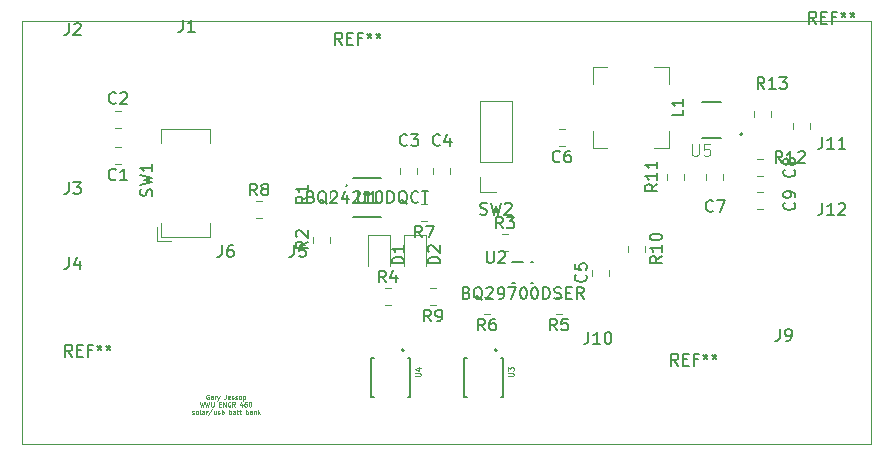
<source format=gbr>
G04 #@! TF.GenerationSoftware,KiCad,Pcbnew,(5.1.5)-3*
G04 #@! TF.CreationDate,2020-04-26T21:45:51-07:00*
G04 #@! TF.ProjectId,JessopIII_SPP460,4a657373-6f70-4494-9949-5f5350503436,rev?*
G04 #@! TF.SameCoordinates,Original*
G04 #@! TF.FileFunction,Legend,Top*
G04 #@! TF.FilePolarity,Positive*
%FSLAX46Y46*%
G04 Gerber Fmt 4.6, Leading zero omitted, Abs format (unit mm)*
G04 Created by KiCad (PCBNEW (5.1.5)-3) date 2020-04-26 21:45:51*
%MOMM*%
%LPD*%
G04 APERTURE LIST*
%ADD10C,0.063500*%
G04 #@! TA.AperFunction,Profile*
%ADD11C,0.100000*%
G04 #@! TD*
%ADD12C,0.120000*%
%ADD13C,0.152400*%
%ADD14C,0.127000*%
%ADD15C,0.200000*%
%ADD16C,0.150000*%
%ADD17C,0.015000*%
G04 APERTURE END LIST*
D10*
X82377642Y-93408500D02*
X82341357Y-93390357D01*
X82286928Y-93390357D01*
X82232500Y-93408500D01*
X82196214Y-93444785D01*
X82178071Y-93481071D01*
X82159928Y-93553642D01*
X82159928Y-93608071D01*
X82178071Y-93680642D01*
X82196214Y-93716928D01*
X82232500Y-93753214D01*
X82286928Y-93771357D01*
X82323214Y-93771357D01*
X82377642Y-93753214D01*
X82395785Y-93735071D01*
X82395785Y-93608071D01*
X82323214Y-93608071D01*
X82722357Y-93771357D02*
X82722357Y-93571785D01*
X82704214Y-93535500D01*
X82667928Y-93517357D01*
X82595357Y-93517357D01*
X82559071Y-93535500D01*
X82722357Y-93753214D02*
X82686071Y-93771357D01*
X82595357Y-93771357D01*
X82559071Y-93753214D01*
X82540928Y-93716928D01*
X82540928Y-93680642D01*
X82559071Y-93644357D01*
X82595357Y-93626214D01*
X82686071Y-93626214D01*
X82722357Y-93608071D01*
X82903785Y-93771357D02*
X82903785Y-93517357D01*
X82903785Y-93589928D02*
X82921928Y-93553642D01*
X82940071Y-93535500D01*
X82976357Y-93517357D01*
X83012642Y-93517357D01*
X83103357Y-93517357D02*
X83194071Y-93771357D01*
X83284785Y-93517357D02*
X83194071Y-93771357D01*
X83157785Y-93862071D01*
X83139642Y-93880214D01*
X83103357Y-93898357D01*
X83829071Y-93390357D02*
X83829071Y-93662500D01*
X83810928Y-93716928D01*
X83774642Y-93753214D01*
X83720214Y-93771357D01*
X83683928Y-93771357D01*
X84155642Y-93753214D02*
X84119357Y-93771357D01*
X84046785Y-93771357D01*
X84010500Y-93753214D01*
X83992357Y-93716928D01*
X83992357Y-93571785D01*
X84010500Y-93535500D01*
X84046785Y-93517357D01*
X84119357Y-93517357D01*
X84155642Y-93535500D01*
X84173785Y-93571785D01*
X84173785Y-93608071D01*
X83992357Y-93644357D01*
X84318928Y-93753214D02*
X84355214Y-93771357D01*
X84427785Y-93771357D01*
X84464071Y-93753214D01*
X84482214Y-93716928D01*
X84482214Y-93698785D01*
X84464071Y-93662500D01*
X84427785Y-93644357D01*
X84373357Y-93644357D01*
X84337071Y-93626214D01*
X84318928Y-93589928D01*
X84318928Y-93571785D01*
X84337071Y-93535500D01*
X84373357Y-93517357D01*
X84427785Y-93517357D01*
X84464071Y-93535500D01*
X84627357Y-93753214D02*
X84663642Y-93771357D01*
X84736214Y-93771357D01*
X84772500Y-93753214D01*
X84790642Y-93716928D01*
X84790642Y-93698785D01*
X84772500Y-93662500D01*
X84736214Y-93644357D01*
X84681785Y-93644357D01*
X84645500Y-93626214D01*
X84627357Y-93589928D01*
X84627357Y-93571785D01*
X84645500Y-93535500D01*
X84681785Y-93517357D01*
X84736214Y-93517357D01*
X84772500Y-93535500D01*
X85008357Y-93771357D02*
X84972071Y-93753214D01*
X84953928Y-93735071D01*
X84935785Y-93698785D01*
X84935785Y-93589928D01*
X84953928Y-93553642D01*
X84972071Y-93535500D01*
X85008357Y-93517357D01*
X85062785Y-93517357D01*
X85099071Y-93535500D01*
X85117214Y-93553642D01*
X85135357Y-93589928D01*
X85135357Y-93698785D01*
X85117214Y-93735071D01*
X85099071Y-93753214D01*
X85062785Y-93771357D01*
X85008357Y-93771357D01*
X85298642Y-93517357D02*
X85298642Y-93898357D01*
X85298642Y-93535500D02*
X85334928Y-93517357D01*
X85407500Y-93517357D01*
X85443785Y-93535500D01*
X85461928Y-93553642D01*
X85480071Y-93589928D01*
X85480071Y-93698785D01*
X85461928Y-93735071D01*
X85443785Y-93753214D01*
X85407500Y-93771357D01*
X85334928Y-93771357D01*
X85298642Y-93753214D01*
X81651928Y-94025357D02*
X81742642Y-94406357D01*
X81815214Y-94134214D01*
X81887785Y-94406357D01*
X81978500Y-94025357D01*
X82087357Y-94025357D02*
X82178071Y-94406357D01*
X82250642Y-94134214D01*
X82323214Y-94406357D01*
X82413928Y-94025357D01*
X82559071Y-94025357D02*
X82559071Y-94333785D01*
X82577214Y-94370071D01*
X82595357Y-94388214D01*
X82631642Y-94406357D01*
X82704214Y-94406357D01*
X82740500Y-94388214D01*
X82758642Y-94370071D01*
X82776785Y-94333785D01*
X82776785Y-94025357D01*
X83248500Y-94206785D02*
X83375500Y-94206785D01*
X83429928Y-94406357D02*
X83248500Y-94406357D01*
X83248500Y-94025357D01*
X83429928Y-94025357D01*
X83593214Y-94406357D02*
X83593214Y-94025357D01*
X83810928Y-94406357D01*
X83810928Y-94025357D01*
X84191928Y-94043500D02*
X84155642Y-94025357D01*
X84101214Y-94025357D01*
X84046785Y-94043500D01*
X84010500Y-94079785D01*
X83992357Y-94116071D01*
X83974214Y-94188642D01*
X83974214Y-94243071D01*
X83992357Y-94315642D01*
X84010500Y-94351928D01*
X84046785Y-94388214D01*
X84101214Y-94406357D01*
X84137500Y-94406357D01*
X84191928Y-94388214D01*
X84210071Y-94370071D01*
X84210071Y-94243071D01*
X84137500Y-94243071D01*
X84591071Y-94406357D02*
X84464071Y-94224928D01*
X84373357Y-94406357D02*
X84373357Y-94025357D01*
X84518500Y-94025357D01*
X84554785Y-94043500D01*
X84572928Y-94061642D01*
X84591071Y-94097928D01*
X84591071Y-94152357D01*
X84572928Y-94188642D01*
X84554785Y-94206785D01*
X84518500Y-94224928D01*
X84373357Y-94224928D01*
X85207928Y-94152357D02*
X85207928Y-94406357D01*
X85117214Y-94007214D02*
X85026500Y-94279357D01*
X85262357Y-94279357D01*
X85570785Y-94025357D02*
X85498214Y-94025357D01*
X85461928Y-94043500D01*
X85443785Y-94061642D01*
X85407500Y-94116071D01*
X85389357Y-94188642D01*
X85389357Y-94333785D01*
X85407500Y-94370071D01*
X85425642Y-94388214D01*
X85461928Y-94406357D01*
X85534500Y-94406357D01*
X85570785Y-94388214D01*
X85588928Y-94370071D01*
X85607071Y-94333785D01*
X85607071Y-94243071D01*
X85588928Y-94206785D01*
X85570785Y-94188642D01*
X85534500Y-94170500D01*
X85461928Y-94170500D01*
X85425642Y-94188642D01*
X85407500Y-94206785D01*
X85389357Y-94243071D01*
X85842928Y-94025357D02*
X85879214Y-94025357D01*
X85915500Y-94043500D01*
X85933642Y-94061642D01*
X85951785Y-94097928D01*
X85969928Y-94170500D01*
X85969928Y-94261214D01*
X85951785Y-94333785D01*
X85933642Y-94370071D01*
X85915500Y-94388214D01*
X85879214Y-94406357D01*
X85842928Y-94406357D01*
X85806642Y-94388214D01*
X85788500Y-94370071D01*
X85770357Y-94333785D01*
X85752214Y-94261214D01*
X85752214Y-94170500D01*
X85770357Y-94097928D01*
X85788500Y-94061642D01*
X85806642Y-94043500D01*
X85842928Y-94025357D01*
X80953428Y-95023214D02*
X80989714Y-95041357D01*
X81062285Y-95041357D01*
X81098571Y-95023214D01*
X81116714Y-94986928D01*
X81116714Y-94968785D01*
X81098571Y-94932500D01*
X81062285Y-94914357D01*
X81007857Y-94914357D01*
X80971571Y-94896214D01*
X80953428Y-94859928D01*
X80953428Y-94841785D01*
X80971571Y-94805500D01*
X81007857Y-94787357D01*
X81062285Y-94787357D01*
X81098571Y-94805500D01*
X81334428Y-95041357D02*
X81298142Y-95023214D01*
X81280000Y-95005071D01*
X81261857Y-94968785D01*
X81261857Y-94859928D01*
X81280000Y-94823642D01*
X81298142Y-94805500D01*
X81334428Y-94787357D01*
X81388857Y-94787357D01*
X81425142Y-94805500D01*
X81443285Y-94823642D01*
X81461428Y-94859928D01*
X81461428Y-94968785D01*
X81443285Y-95005071D01*
X81425142Y-95023214D01*
X81388857Y-95041357D01*
X81334428Y-95041357D01*
X81679142Y-95041357D02*
X81642857Y-95023214D01*
X81624714Y-94986928D01*
X81624714Y-94660357D01*
X81987571Y-95041357D02*
X81987571Y-94841785D01*
X81969428Y-94805500D01*
X81933142Y-94787357D01*
X81860571Y-94787357D01*
X81824285Y-94805500D01*
X81987571Y-95023214D02*
X81951285Y-95041357D01*
X81860571Y-95041357D01*
X81824285Y-95023214D01*
X81806142Y-94986928D01*
X81806142Y-94950642D01*
X81824285Y-94914357D01*
X81860571Y-94896214D01*
X81951285Y-94896214D01*
X81987571Y-94878071D01*
X82169000Y-95041357D02*
X82169000Y-94787357D01*
X82169000Y-94859928D02*
X82187142Y-94823642D01*
X82205285Y-94805500D01*
X82241571Y-94787357D01*
X82277857Y-94787357D01*
X82677000Y-94642214D02*
X82350428Y-95132071D01*
X82967285Y-94787357D02*
X82967285Y-95041357D01*
X82804000Y-94787357D02*
X82804000Y-94986928D01*
X82822142Y-95023214D01*
X82858428Y-95041357D01*
X82912857Y-95041357D01*
X82949142Y-95023214D01*
X82967285Y-95005071D01*
X83130571Y-95023214D02*
X83166857Y-95041357D01*
X83239428Y-95041357D01*
X83275714Y-95023214D01*
X83293857Y-94986928D01*
X83293857Y-94968785D01*
X83275714Y-94932500D01*
X83239428Y-94914357D01*
X83185000Y-94914357D01*
X83148714Y-94896214D01*
X83130571Y-94859928D01*
X83130571Y-94841785D01*
X83148714Y-94805500D01*
X83185000Y-94787357D01*
X83239428Y-94787357D01*
X83275714Y-94805500D01*
X83457142Y-95041357D02*
X83457142Y-94660357D01*
X83457142Y-94805500D02*
X83493428Y-94787357D01*
X83566000Y-94787357D01*
X83602285Y-94805500D01*
X83620428Y-94823642D01*
X83638571Y-94859928D01*
X83638571Y-94968785D01*
X83620428Y-95005071D01*
X83602285Y-95023214D01*
X83566000Y-95041357D01*
X83493428Y-95041357D01*
X83457142Y-95023214D01*
X84092142Y-95041357D02*
X84092142Y-94660357D01*
X84092142Y-94805500D02*
X84128428Y-94787357D01*
X84201000Y-94787357D01*
X84237285Y-94805500D01*
X84255428Y-94823642D01*
X84273571Y-94859928D01*
X84273571Y-94968785D01*
X84255428Y-95005071D01*
X84237285Y-95023214D01*
X84201000Y-95041357D01*
X84128428Y-95041357D01*
X84092142Y-95023214D01*
X84600142Y-95041357D02*
X84600142Y-94841785D01*
X84582000Y-94805500D01*
X84545714Y-94787357D01*
X84473142Y-94787357D01*
X84436857Y-94805500D01*
X84600142Y-95023214D02*
X84563857Y-95041357D01*
X84473142Y-95041357D01*
X84436857Y-95023214D01*
X84418714Y-94986928D01*
X84418714Y-94950642D01*
X84436857Y-94914357D01*
X84473142Y-94896214D01*
X84563857Y-94896214D01*
X84600142Y-94878071D01*
X84727142Y-94787357D02*
X84872285Y-94787357D01*
X84781571Y-94660357D02*
X84781571Y-94986928D01*
X84799714Y-95023214D01*
X84836000Y-95041357D01*
X84872285Y-95041357D01*
X84944857Y-94787357D02*
X85090000Y-94787357D01*
X84999285Y-94660357D02*
X84999285Y-94986928D01*
X85017428Y-95023214D01*
X85053714Y-95041357D01*
X85090000Y-95041357D01*
X85507285Y-95041357D02*
X85507285Y-94660357D01*
X85507285Y-94805500D02*
X85543571Y-94787357D01*
X85616142Y-94787357D01*
X85652428Y-94805500D01*
X85670571Y-94823642D01*
X85688714Y-94859928D01*
X85688714Y-94968785D01*
X85670571Y-95005071D01*
X85652428Y-95023214D01*
X85616142Y-95041357D01*
X85543571Y-95041357D01*
X85507285Y-95023214D01*
X86015285Y-95041357D02*
X86015285Y-94841785D01*
X85997142Y-94805500D01*
X85960857Y-94787357D01*
X85888285Y-94787357D01*
X85852000Y-94805500D01*
X86015285Y-95023214D02*
X85979000Y-95041357D01*
X85888285Y-95041357D01*
X85852000Y-95023214D01*
X85833857Y-94986928D01*
X85833857Y-94950642D01*
X85852000Y-94914357D01*
X85888285Y-94896214D01*
X85979000Y-94896214D01*
X86015285Y-94878071D01*
X86196714Y-94787357D02*
X86196714Y-95041357D01*
X86196714Y-94823642D02*
X86214857Y-94805500D01*
X86251142Y-94787357D01*
X86305571Y-94787357D01*
X86341857Y-94805500D01*
X86360000Y-94841785D01*
X86360000Y-95041357D01*
X86541428Y-95041357D02*
X86541428Y-94660357D01*
X86577714Y-94896214D02*
X86686571Y-95041357D01*
X86686571Y-94787357D02*
X86541428Y-94932500D01*
D11*
X138430000Y-61722000D02*
X138430000Y-97536000D01*
X66548000Y-61722000D02*
X138430000Y-61722000D01*
X66548000Y-97536000D02*
X66548000Y-61722000D01*
X138430000Y-97536000D02*
X66548000Y-97536000D01*
D12*
G04 #@! TO.C,C1*
X74934578Y-72442000D02*
X74417422Y-72442000D01*
X74934578Y-73862000D02*
X74417422Y-73862000D01*
G04 #@! TO.C,C2*
X74934578Y-70814000D02*
X74417422Y-70814000D01*
X74934578Y-69394000D02*
X74417422Y-69394000D01*
G04 #@! TO.C,C3*
X98604000Y-74163422D02*
X98604000Y-74680578D01*
X100024000Y-74163422D02*
X100024000Y-74680578D01*
G04 #@! TO.C,C4*
X102818000Y-74163422D02*
X102818000Y-74680578D01*
X101398000Y-74163422D02*
X101398000Y-74680578D01*
G04 #@! TO.C,C5*
X114860000Y-83316578D02*
X114860000Y-82799422D01*
X116280000Y-83316578D02*
X116280000Y-82799422D01*
G04 #@! TO.C,C6*
X112526578Y-70918000D02*
X112009422Y-70918000D01*
X112526578Y-72338000D02*
X112009422Y-72338000D01*
G04 #@! TO.C,C7*
X124512000Y-75188578D02*
X124512000Y-74671422D01*
X125932000Y-75188578D02*
X125932000Y-74671422D01*
G04 #@! TO.C,C8*
X128773422Y-74878000D02*
X129290578Y-74878000D01*
X128773422Y-73458000D02*
X129290578Y-73458000D01*
G04 #@! TO.C,C9*
X128773422Y-76252000D02*
X129290578Y-76252000D01*
X128773422Y-77672000D02*
X129290578Y-77672000D01*
G04 #@! TO.C,D1*
X97734000Y-82534000D02*
X97734000Y-79849000D01*
X97734000Y-79849000D02*
X95814000Y-79849000D01*
X95814000Y-79849000D02*
X95814000Y-82534000D01*
G04 #@! TO.C,D2*
X98862000Y-79849000D02*
X98862000Y-82534000D01*
X100782000Y-79849000D02*
X98862000Y-79849000D01*
X100782000Y-82534000D02*
X100782000Y-79849000D01*
G04 #@! TO.C,L1*
X114910000Y-72488000D02*
X116110000Y-72488000D01*
X114910000Y-72488000D02*
X114910000Y-71088000D01*
X114910000Y-65688000D02*
X114910000Y-67088000D01*
X114910000Y-65688000D02*
X116110000Y-65688000D01*
X121310000Y-65688000D02*
X120110000Y-65688000D01*
X121310000Y-72488000D02*
X120110000Y-72488000D01*
X121310000Y-65688000D02*
X121310000Y-67088000D01*
X121310000Y-72488000D02*
X121310000Y-71088000D01*
G04 #@! TO.C,R1*
X91238000Y-76712578D02*
X91238000Y-76195422D01*
X92658000Y-76712578D02*
X92658000Y-76195422D01*
G04 #@! TO.C,R2*
X92658000Y-80522578D02*
X92658000Y-80005422D01*
X91238000Y-80522578D02*
X91238000Y-80005422D01*
G04 #@! TO.C,R3*
X107183422Y-81228000D02*
X107700578Y-81228000D01*
X107183422Y-79808000D02*
X107700578Y-79808000D01*
G04 #@! TO.C,R4*
X97277422Y-84380000D02*
X97794578Y-84380000D01*
X97277422Y-85800000D02*
X97794578Y-85800000D01*
G04 #@! TO.C,R5*
X112272578Y-85142000D02*
X111755422Y-85142000D01*
X112272578Y-86562000D02*
X111755422Y-86562000D01*
G04 #@! TO.C,R6*
X106176578Y-86562000D02*
X105659422Y-86562000D01*
X106176578Y-85142000D02*
X105659422Y-85142000D01*
G04 #@! TO.C,R7*
X100842578Y-78688000D02*
X100325422Y-78688000D01*
X100842578Y-77268000D02*
X100325422Y-77268000D01*
G04 #@! TO.C,R8*
X86355422Y-78434000D02*
X86872578Y-78434000D01*
X86355422Y-77014000D02*
X86872578Y-77014000D01*
G04 #@! TO.C,R9*
X101604578Y-84380000D02*
X101087422Y-84380000D01*
X101604578Y-85800000D02*
X101087422Y-85800000D01*
G04 #@! TO.C,R10*
X119328000Y-80767422D02*
X119328000Y-81284578D01*
X117908000Y-80767422D02*
X117908000Y-81284578D01*
G04 #@! TO.C,R11*
X121210000Y-74671422D02*
X121210000Y-75188578D01*
X122630000Y-74671422D02*
X122630000Y-75188578D01*
G04 #@! TO.C,R12*
X131878000Y-70870578D02*
X131878000Y-70353422D01*
X133298000Y-70870578D02*
X133298000Y-70353422D01*
G04 #@! TO.C,R13*
X128576000Y-69854578D02*
X128576000Y-69337422D01*
X129996000Y-69854578D02*
X129996000Y-69337422D01*
G04 #@! TO.C,SW1*
X77990000Y-80378000D02*
X79190000Y-80378000D01*
X77990000Y-79178000D02*
X77990000Y-80378000D01*
X82490000Y-70878000D02*
X82490000Y-72078000D01*
X78290000Y-70878000D02*
X82490000Y-70878000D01*
X78290000Y-72078000D02*
X78290000Y-70878000D01*
X82490000Y-80078000D02*
X82490000Y-78878000D01*
X78290000Y-80078000D02*
X82490000Y-80078000D01*
X78290000Y-78878000D02*
X78290000Y-80078000D01*
G04 #@! TO.C,SW2*
X108010000Y-73660000D02*
X105350000Y-73660000D01*
X108010000Y-73660000D02*
X108010000Y-68520000D01*
X108010000Y-68520000D02*
X105350000Y-68520000D01*
X105350000Y-73660000D02*
X105350000Y-68520000D01*
X105350000Y-76260000D02*
X105350000Y-74930000D01*
X106680000Y-76260000D02*
X105350000Y-76260000D01*
D13*
G04 #@! TO.C,U1*
X94576900Y-78384400D02*
X96939100Y-78384400D01*
X96939100Y-75031600D02*
X94576900Y-75031600D01*
X94010954Y-75774864D02*
G75*
G03X94047500Y-75631800I36546J66864D01*
G01*
G04 #@! TO.C,U2*
X108065999Y-82133001D02*
X108966000Y-82133001D01*
X109666001Y-82133001D02*
X109866001Y-82133001D01*
X109666001Y-83982999D02*
X109866001Y-83982999D01*
X108065999Y-83982999D02*
X108265999Y-83982999D01*
D14*
G04 #@! TO.C,U5*
X125768000Y-71632500D02*
X124168000Y-71632500D01*
X125768000Y-68575500D02*
X124168000Y-68575500D01*
D15*
X127568000Y-71354000D02*
G75*
G03X127568000Y-71354000I-100000J0D01*
G01*
D14*
G04 #@! TO.C,U3*
X107117000Y-93598000D02*
X107314000Y-93598000D01*
X107314000Y-93598000D02*
X107314000Y-90298000D01*
X107314000Y-90298000D02*
X107117000Y-90298000D01*
X104211000Y-90298000D02*
X104014000Y-90298000D01*
X104014000Y-90298000D02*
X104014000Y-93598000D01*
X104014000Y-93598000D02*
X104211000Y-93598000D01*
D15*
X106764000Y-89648000D02*
G75*
G03X106764000Y-89648000I-100000J0D01*
G01*
G04 #@! TO.C,U4*
X98890000Y-89648000D02*
G75*
G03X98890000Y-89648000I-100000J0D01*
G01*
D14*
X96140000Y-93598000D02*
X96337000Y-93598000D01*
X96140000Y-90298000D02*
X96140000Y-93598000D01*
X96337000Y-90298000D02*
X96140000Y-90298000D01*
X99440000Y-90298000D02*
X99243000Y-90298000D01*
X99440000Y-93598000D02*
X99440000Y-90298000D01*
X99243000Y-93598000D02*
X99440000Y-93598000D01*
G04 #@! TD*
G04 #@! TO.C,REF\002A\002A*
D16*
X122110666Y-90932380D02*
X121777333Y-90456190D01*
X121539238Y-90932380D02*
X121539238Y-89932380D01*
X121920190Y-89932380D01*
X122015428Y-89980000D01*
X122063047Y-90027619D01*
X122110666Y-90122857D01*
X122110666Y-90265714D01*
X122063047Y-90360952D01*
X122015428Y-90408571D01*
X121920190Y-90456190D01*
X121539238Y-90456190D01*
X122539238Y-90408571D02*
X122872571Y-90408571D01*
X123015428Y-90932380D02*
X122539238Y-90932380D01*
X122539238Y-89932380D01*
X123015428Y-89932380D01*
X123777333Y-90408571D02*
X123444000Y-90408571D01*
X123444000Y-90932380D02*
X123444000Y-89932380D01*
X123920190Y-89932380D01*
X124444000Y-89932380D02*
X124444000Y-90170476D01*
X124205904Y-90075238D02*
X124444000Y-90170476D01*
X124682095Y-90075238D01*
X124301142Y-90360952D02*
X124444000Y-90170476D01*
X124586857Y-90360952D01*
X125205904Y-89932380D02*
X125205904Y-90170476D01*
X124967809Y-90075238D02*
X125205904Y-90170476D01*
X125444000Y-90075238D01*
X125063047Y-90360952D02*
X125205904Y-90170476D01*
X125348761Y-90360952D01*
X133794666Y-61976380D02*
X133461333Y-61500190D01*
X133223238Y-61976380D02*
X133223238Y-60976380D01*
X133604190Y-60976380D01*
X133699428Y-61024000D01*
X133747047Y-61071619D01*
X133794666Y-61166857D01*
X133794666Y-61309714D01*
X133747047Y-61404952D01*
X133699428Y-61452571D01*
X133604190Y-61500190D01*
X133223238Y-61500190D01*
X134223238Y-61452571D02*
X134556571Y-61452571D01*
X134699428Y-61976380D02*
X134223238Y-61976380D01*
X134223238Y-60976380D01*
X134699428Y-60976380D01*
X135461333Y-61452571D02*
X135128000Y-61452571D01*
X135128000Y-61976380D02*
X135128000Y-60976380D01*
X135604190Y-60976380D01*
X136128000Y-60976380D02*
X136128000Y-61214476D01*
X135889904Y-61119238D02*
X136128000Y-61214476D01*
X136366095Y-61119238D01*
X135985142Y-61404952D02*
X136128000Y-61214476D01*
X136270857Y-61404952D01*
X136889904Y-60976380D02*
X136889904Y-61214476D01*
X136651809Y-61119238D02*
X136889904Y-61214476D01*
X137128000Y-61119238D01*
X136747047Y-61404952D02*
X136889904Y-61214476D01*
X137032761Y-61404952D01*
X93662666Y-63754380D02*
X93329333Y-63278190D01*
X93091238Y-63754380D02*
X93091238Y-62754380D01*
X93472190Y-62754380D01*
X93567428Y-62802000D01*
X93615047Y-62849619D01*
X93662666Y-62944857D01*
X93662666Y-63087714D01*
X93615047Y-63182952D01*
X93567428Y-63230571D01*
X93472190Y-63278190D01*
X93091238Y-63278190D01*
X94091238Y-63230571D02*
X94424571Y-63230571D01*
X94567428Y-63754380D02*
X94091238Y-63754380D01*
X94091238Y-62754380D01*
X94567428Y-62754380D01*
X95329333Y-63230571D02*
X94996000Y-63230571D01*
X94996000Y-63754380D02*
X94996000Y-62754380D01*
X95472190Y-62754380D01*
X95996000Y-62754380D02*
X95996000Y-62992476D01*
X95757904Y-62897238D02*
X95996000Y-62992476D01*
X96234095Y-62897238D01*
X95853142Y-63182952D02*
X95996000Y-62992476D01*
X96138857Y-63182952D01*
X96757904Y-62754380D02*
X96757904Y-62992476D01*
X96519809Y-62897238D02*
X96757904Y-62992476D01*
X96996000Y-62897238D01*
X96615047Y-63182952D02*
X96757904Y-62992476D01*
X96900761Y-63182952D01*
X70802666Y-90170380D02*
X70469333Y-89694190D01*
X70231238Y-90170380D02*
X70231238Y-89170380D01*
X70612190Y-89170380D01*
X70707428Y-89218000D01*
X70755047Y-89265619D01*
X70802666Y-89360857D01*
X70802666Y-89503714D01*
X70755047Y-89598952D01*
X70707428Y-89646571D01*
X70612190Y-89694190D01*
X70231238Y-89694190D01*
X71231238Y-89646571D02*
X71564571Y-89646571D01*
X71707428Y-90170380D02*
X71231238Y-90170380D01*
X71231238Y-89170380D01*
X71707428Y-89170380D01*
X72469333Y-89646571D02*
X72136000Y-89646571D01*
X72136000Y-90170380D02*
X72136000Y-89170380D01*
X72612190Y-89170380D01*
X73136000Y-89170380D02*
X73136000Y-89408476D01*
X72897904Y-89313238D02*
X73136000Y-89408476D01*
X73374095Y-89313238D01*
X72993142Y-89598952D02*
X73136000Y-89408476D01*
X73278857Y-89598952D01*
X73897904Y-89170380D02*
X73897904Y-89408476D01*
X73659809Y-89313238D02*
X73897904Y-89408476D01*
X74136000Y-89313238D01*
X73755047Y-89598952D02*
X73897904Y-89408476D01*
X74040761Y-89598952D01*
G04 #@! TO.C,C1*
X74509333Y-75159142D02*
X74461714Y-75206761D01*
X74318857Y-75254380D01*
X74223619Y-75254380D01*
X74080761Y-75206761D01*
X73985523Y-75111523D01*
X73937904Y-75016285D01*
X73890285Y-74825809D01*
X73890285Y-74682952D01*
X73937904Y-74492476D01*
X73985523Y-74397238D01*
X74080761Y-74302000D01*
X74223619Y-74254380D01*
X74318857Y-74254380D01*
X74461714Y-74302000D01*
X74509333Y-74349619D01*
X75461714Y-75254380D02*
X74890285Y-75254380D01*
X75176000Y-75254380D02*
X75176000Y-74254380D01*
X75080761Y-74397238D01*
X74985523Y-74492476D01*
X74890285Y-74540095D01*
G04 #@! TO.C,C2*
X74509333Y-68683142D02*
X74461714Y-68730761D01*
X74318857Y-68778380D01*
X74223619Y-68778380D01*
X74080761Y-68730761D01*
X73985523Y-68635523D01*
X73937904Y-68540285D01*
X73890285Y-68349809D01*
X73890285Y-68206952D01*
X73937904Y-68016476D01*
X73985523Y-67921238D01*
X74080761Y-67826000D01*
X74223619Y-67778380D01*
X74318857Y-67778380D01*
X74461714Y-67826000D01*
X74509333Y-67873619D01*
X74890285Y-67873619D02*
X74937904Y-67826000D01*
X75033142Y-67778380D01*
X75271238Y-67778380D01*
X75366476Y-67826000D01*
X75414095Y-67873619D01*
X75461714Y-67968857D01*
X75461714Y-68064095D01*
X75414095Y-68206952D01*
X74842666Y-68778380D01*
X75461714Y-68778380D01*
G04 #@! TO.C,C3*
X99147333Y-72239142D02*
X99099714Y-72286761D01*
X98956857Y-72334380D01*
X98861619Y-72334380D01*
X98718761Y-72286761D01*
X98623523Y-72191523D01*
X98575904Y-72096285D01*
X98528285Y-71905809D01*
X98528285Y-71762952D01*
X98575904Y-71572476D01*
X98623523Y-71477238D01*
X98718761Y-71382000D01*
X98861619Y-71334380D01*
X98956857Y-71334380D01*
X99099714Y-71382000D01*
X99147333Y-71429619D01*
X99480666Y-71334380D02*
X100099714Y-71334380D01*
X99766380Y-71715333D01*
X99909238Y-71715333D01*
X100004476Y-71762952D01*
X100052095Y-71810571D01*
X100099714Y-71905809D01*
X100099714Y-72143904D01*
X100052095Y-72239142D01*
X100004476Y-72286761D01*
X99909238Y-72334380D01*
X99623523Y-72334380D01*
X99528285Y-72286761D01*
X99480666Y-72239142D01*
G04 #@! TO.C,C4*
X101941333Y-72239142D02*
X101893714Y-72286761D01*
X101750857Y-72334380D01*
X101655619Y-72334380D01*
X101512761Y-72286761D01*
X101417523Y-72191523D01*
X101369904Y-72096285D01*
X101322285Y-71905809D01*
X101322285Y-71762952D01*
X101369904Y-71572476D01*
X101417523Y-71477238D01*
X101512761Y-71382000D01*
X101655619Y-71334380D01*
X101750857Y-71334380D01*
X101893714Y-71382000D01*
X101941333Y-71429619D01*
X102798476Y-71667714D02*
X102798476Y-72334380D01*
X102560380Y-71286761D02*
X102322285Y-72001047D01*
X102941333Y-72001047D01*
G04 #@! TO.C,C5*
X114277142Y-83224666D02*
X114324761Y-83272285D01*
X114372380Y-83415142D01*
X114372380Y-83510380D01*
X114324761Y-83653238D01*
X114229523Y-83748476D01*
X114134285Y-83796095D01*
X113943809Y-83843714D01*
X113800952Y-83843714D01*
X113610476Y-83796095D01*
X113515238Y-83748476D01*
X113420000Y-83653238D01*
X113372380Y-83510380D01*
X113372380Y-83415142D01*
X113420000Y-83272285D01*
X113467619Y-83224666D01*
X113372380Y-82319904D02*
X113372380Y-82796095D01*
X113848571Y-82843714D01*
X113800952Y-82796095D01*
X113753333Y-82700857D01*
X113753333Y-82462761D01*
X113800952Y-82367523D01*
X113848571Y-82319904D01*
X113943809Y-82272285D01*
X114181904Y-82272285D01*
X114277142Y-82319904D01*
X114324761Y-82367523D01*
X114372380Y-82462761D01*
X114372380Y-82700857D01*
X114324761Y-82796095D01*
X114277142Y-82843714D01*
G04 #@! TO.C,C6*
X112101333Y-73635142D02*
X112053714Y-73682761D01*
X111910857Y-73730380D01*
X111815619Y-73730380D01*
X111672761Y-73682761D01*
X111577523Y-73587523D01*
X111529904Y-73492285D01*
X111482285Y-73301809D01*
X111482285Y-73158952D01*
X111529904Y-72968476D01*
X111577523Y-72873238D01*
X111672761Y-72778000D01*
X111815619Y-72730380D01*
X111910857Y-72730380D01*
X112053714Y-72778000D01*
X112101333Y-72825619D01*
X112958476Y-72730380D02*
X112768000Y-72730380D01*
X112672761Y-72778000D01*
X112625142Y-72825619D01*
X112529904Y-72968476D01*
X112482285Y-73158952D01*
X112482285Y-73539904D01*
X112529904Y-73635142D01*
X112577523Y-73682761D01*
X112672761Y-73730380D01*
X112863238Y-73730380D01*
X112958476Y-73682761D01*
X113006095Y-73635142D01*
X113053714Y-73539904D01*
X113053714Y-73301809D01*
X113006095Y-73206571D01*
X112958476Y-73158952D01*
X112863238Y-73111333D01*
X112672761Y-73111333D01*
X112577523Y-73158952D01*
X112529904Y-73206571D01*
X112482285Y-73301809D01*
G04 #@! TO.C,C7*
X125055333Y-77827142D02*
X125007714Y-77874761D01*
X124864857Y-77922380D01*
X124769619Y-77922380D01*
X124626761Y-77874761D01*
X124531523Y-77779523D01*
X124483904Y-77684285D01*
X124436285Y-77493809D01*
X124436285Y-77350952D01*
X124483904Y-77160476D01*
X124531523Y-77065238D01*
X124626761Y-76970000D01*
X124769619Y-76922380D01*
X124864857Y-76922380D01*
X125007714Y-76970000D01*
X125055333Y-77017619D01*
X125388666Y-76922380D02*
X126055333Y-76922380D01*
X125626761Y-77922380D01*
G04 #@! TO.C,C8*
X131929142Y-74334666D02*
X131976761Y-74382285D01*
X132024380Y-74525142D01*
X132024380Y-74620380D01*
X131976761Y-74763238D01*
X131881523Y-74858476D01*
X131786285Y-74906095D01*
X131595809Y-74953714D01*
X131452952Y-74953714D01*
X131262476Y-74906095D01*
X131167238Y-74858476D01*
X131072000Y-74763238D01*
X131024380Y-74620380D01*
X131024380Y-74525142D01*
X131072000Y-74382285D01*
X131119619Y-74334666D01*
X131452952Y-73763238D02*
X131405333Y-73858476D01*
X131357714Y-73906095D01*
X131262476Y-73953714D01*
X131214857Y-73953714D01*
X131119619Y-73906095D01*
X131072000Y-73858476D01*
X131024380Y-73763238D01*
X131024380Y-73572761D01*
X131072000Y-73477523D01*
X131119619Y-73429904D01*
X131214857Y-73382285D01*
X131262476Y-73382285D01*
X131357714Y-73429904D01*
X131405333Y-73477523D01*
X131452952Y-73572761D01*
X131452952Y-73763238D01*
X131500571Y-73858476D01*
X131548190Y-73906095D01*
X131643428Y-73953714D01*
X131833904Y-73953714D01*
X131929142Y-73906095D01*
X131976761Y-73858476D01*
X132024380Y-73763238D01*
X132024380Y-73572761D01*
X131976761Y-73477523D01*
X131929142Y-73429904D01*
X131833904Y-73382285D01*
X131643428Y-73382285D01*
X131548190Y-73429904D01*
X131500571Y-73477523D01*
X131452952Y-73572761D01*
G04 #@! TO.C,C9*
X131929142Y-77128666D02*
X131976761Y-77176285D01*
X132024380Y-77319142D01*
X132024380Y-77414380D01*
X131976761Y-77557238D01*
X131881523Y-77652476D01*
X131786285Y-77700095D01*
X131595809Y-77747714D01*
X131452952Y-77747714D01*
X131262476Y-77700095D01*
X131167238Y-77652476D01*
X131072000Y-77557238D01*
X131024380Y-77414380D01*
X131024380Y-77319142D01*
X131072000Y-77176285D01*
X131119619Y-77128666D01*
X132024380Y-76652476D02*
X132024380Y-76462000D01*
X131976761Y-76366761D01*
X131929142Y-76319142D01*
X131786285Y-76223904D01*
X131595809Y-76176285D01*
X131214857Y-76176285D01*
X131119619Y-76223904D01*
X131072000Y-76271523D01*
X131024380Y-76366761D01*
X131024380Y-76557238D01*
X131072000Y-76652476D01*
X131119619Y-76700095D01*
X131214857Y-76747714D01*
X131452952Y-76747714D01*
X131548190Y-76700095D01*
X131595809Y-76652476D01*
X131643428Y-76557238D01*
X131643428Y-76366761D01*
X131595809Y-76271523D01*
X131548190Y-76223904D01*
X131452952Y-76176285D01*
G04 #@! TO.C,D1*
X98876380Y-82272095D02*
X97876380Y-82272095D01*
X97876380Y-82034000D01*
X97924000Y-81891142D01*
X98019238Y-81795904D01*
X98114476Y-81748285D01*
X98304952Y-81700666D01*
X98447809Y-81700666D01*
X98638285Y-81748285D01*
X98733523Y-81795904D01*
X98828761Y-81891142D01*
X98876380Y-82034000D01*
X98876380Y-82272095D01*
X98876380Y-80748285D02*
X98876380Y-81319714D01*
X98876380Y-81034000D02*
X97876380Y-81034000D01*
X98019238Y-81129238D01*
X98114476Y-81224476D01*
X98162095Y-81319714D01*
G04 #@! TO.C,D2*
X101924380Y-82272095D02*
X100924380Y-82272095D01*
X100924380Y-82034000D01*
X100972000Y-81891142D01*
X101067238Y-81795904D01*
X101162476Y-81748285D01*
X101352952Y-81700666D01*
X101495809Y-81700666D01*
X101686285Y-81748285D01*
X101781523Y-81795904D01*
X101876761Y-81891142D01*
X101924380Y-82034000D01*
X101924380Y-82272095D01*
X101019619Y-81319714D02*
X100972000Y-81272095D01*
X100924380Y-81176857D01*
X100924380Y-80938761D01*
X100972000Y-80843523D01*
X101019619Y-80795904D01*
X101114857Y-80748285D01*
X101210095Y-80748285D01*
X101352952Y-80795904D01*
X101924380Y-81367333D01*
X101924380Y-80748285D01*
G04 #@! TO.C,L1*
X122562380Y-69254666D02*
X122562380Y-69730857D01*
X121562380Y-69730857D01*
X122562380Y-68397523D02*
X122562380Y-68968952D01*
X122562380Y-68683238D02*
X121562380Y-68683238D01*
X121705238Y-68778476D01*
X121800476Y-68873714D01*
X121848095Y-68968952D01*
G04 #@! TO.C,R1*
X90750380Y-76620666D02*
X90274190Y-76954000D01*
X90750380Y-77192095D02*
X89750380Y-77192095D01*
X89750380Y-76811142D01*
X89798000Y-76715904D01*
X89845619Y-76668285D01*
X89940857Y-76620666D01*
X90083714Y-76620666D01*
X90178952Y-76668285D01*
X90226571Y-76715904D01*
X90274190Y-76811142D01*
X90274190Y-77192095D01*
X90750380Y-75668285D02*
X90750380Y-76239714D01*
X90750380Y-75954000D02*
X89750380Y-75954000D01*
X89893238Y-76049238D01*
X89988476Y-76144476D01*
X90036095Y-76239714D01*
G04 #@! TO.C,R2*
X90750380Y-80430666D02*
X90274190Y-80764000D01*
X90750380Y-81002095D02*
X89750380Y-81002095D01*
X89750380Y-80621142D01*
X89798000Y-80525904D01*
X89845619Y-80478285D01*
X89940857Y-80430666D01*
X90083714Y-80430666D01*
X90178952Y-80478285D01*
X90226571Y-80525904D01*
X90274190Y-80621142D01*
X90274190Y-81002095D01*
X89845619Y-80049714D02*
X89798000Y-80002095D01*
X89750380Y-79906857D01*
X89750380Y-79668761D01*
X89798000Y-79573523D01*
X89845619Y-79525904D01*
X89940857Y-79478285D01*
X90036095Y-79478285D01*
X90178952Y-79525904D01*
X90750380Y-80097333D01*
X90750380Y-79478285D01*
G04 #@! TO.C,R3*
X107275333Y-79320380D02*
X106942000Y-78844190D01*
X106703904Y-79320380D02*
X106703904Y-78320380D01*
X107084857Y-78320380D01*
X107180095Y-78368000D01*
X107227714Y-78415619D01*
X107275333Y-78510857D01*
X107275333Y-78653714D01*
X107227714Y-78748952D01*
X107180095Y-78796571D01*
X107084857Y-78844190D01*
X106703904Y-78844190D01*
X107608666Y-78320380D02*
X108227714Y-78320380D01*
X107894380Y-78701333D01*
X108037238Y-78701333D01*
X108132476Y-78748952D01*
X108180095Y-78796571D01*
X108227714Y-78891809D01*
X108227714Y-79129904D01*
X108180095Y-79225142D01*
X108132476Y-79272761D01*
X108037238Y-79320380D01*
X107751523Y-79320380D01*
X107656285Y-79272761D01*
X107608666Y-79225142D01*
G04 #@! TO.C,R4*
X97369333Y-83892380D02*
X97036000Y-83416190D01*
X96797904Y-83892380D02*
X96797904Y-82892380D01*
X97178857Y-82892380D01*
X97274095Y-82940000D01*
X97321714Y-82987619D01*
X97369333Y-83082857D01*
X97369333Y-83225714D01*
X97321714Y-83320952D01*
X97274095Y-83368571D01*
X97178857Y-83416190D01*
X96797904Y-83416190D01*
X98226476Y-83225714D02*
X98226476Y-83892380D01*
X97988380Y-82844761D02*
X97750285Y-83559047D01*
X98369333Y-83559047D01*
G04 #@! TO.C,R5*
X111847333Y-87954380D02*
X111514000Y-87478190D01*
X111275904Y-87954380D02*
X111275904Y-86954380D01*
X111656857Y-86954380D01*
X111752095Y-87002000D01*
X111799714Y-87049619D01*
X111847333Y-87144857D01*
X111847333Y-87287714D01*
X111799714Y-87382952D01*
X111752095Y-87430571D01*
X111656857Y-87478190D01*
X111275904Y-87478190D01*
X112752095Y-86954380D02*
X112275904Y-86954380D01*
X112228285Y-87430571D01*
X112275904Y-87382952D01*
X112371142Y-87335333D01*
X112609238Y-87335333D01*
X112704476Y-87382952D01*
X112752095Y-87430571D01*
X112799714Y-87525809D01*
X112799714Y-87763904D01*
X112752095Y-87859142D01*
X112704476Y-87906761D01*
X112609238Y-87954380D01*
X112371142Y-87954380D01*
X112275904Y-87906761D01*
X112228285Y-87859142D01*
G04 #@! TO.C,R6*
X105751333Y-87954380D02*
X105418000Y-87478190D01*
X105179904Y-87954380D02*
X105179904Y-86954380D01*
X105560857Y-86954380D01*
X105656095Y-87002000D01*
X105703714Y-87049619D01*
X105751333Y-87144857D01*
X105751333Y-87287714D01*
X105703714Y-87382952D01*
X105656095Y-87430571D01*
X105560857Y-87478190D01*
X105179904Y-87478190D01*
X106608476Y-86954380D02*
X106418000Y-86954380D01*
X106322761Y-87002000D01*
X106275142Y-87049619D01*
X106179904Y-87192476D01*
X106132285Y-87382952D01*
X106132285Y-87763904D01*
X106179904Y-87859142D01*
X106227523Y-87906761D01*
X106322761Y-87954380D01*
X106513238Y-87954380D01*
X106608476Y-87906761D01*
X106656095Y-87859142D01*
X106703714Y-87763904D01*
X106703714Y-87525809D01*
X106656095Y-87430571D01*
X106608476Y-87382952D01*
X106513238Y-87335333D01*
X106322761Y-87335333D01*
X106227523Y-87382952D01*
X106179904Y-87430571D01*
X106132285Y-87525809D01*
G04 #@! TO.C,R7*
X100417333Y-80080380D02*
X100084000Y-79604190D01*
X99845904Y-80080380D02*
X99845904Y-79080380D01*
X100226857Y-79080380D01*
X100322095Y-79128000D01*
X100369714Y-79175619D01*
X100417333Y-79270857D01*
X100417333Y-79413714D01*
X100369714Y-79508952D01*
X100322095Y-79556571D01*
X100226857Y-79604190D01*
X99845904Y-79604190D01*
X100750666Y-79080380D02*
X101417333Y-79080380D01*
X100988761Y-80080380D01*
G04 #@! TO.C,R8*
X86447333Y-76526380D02*
X86114000Y-76050190D01*
X85875904Y-76526380D02*
X85875904Y-75526380D01*
X86256857Y-75526380D01*
X86352095Y-75574000D01*
X86399714Y-75621619D01*
X86447333Y-75716857D01*
X86447333Y-75859714D01*
X86399714Y-75954952D01*
X86352095Y-76002571D01*
X86256857Y-76050190D01*
X85875904Y-76050190D01*
X87018761Y-75954952D02*
X86923523Y-75907333D01*
X86875904Y-75859714D01*
X86828285Y-75764476D01*
X86828285Y-75716857D01*
X86875904Y-75621619D01*
X86923523Y-75574000D01*
X87018761Y-75526380D01*
X87209238Y-75526380D01*
X87304476Y-75574000D01*
X87352095Y-75621619D01*
X87399714Y-75716857D01*
X87399714Y-75764476D01*
X87352095Y-75859714D01*
X87304476Y-75907333D01*
X87209238Y-75954952D01*
X87018761Y-75954952D01*
X86923523Y-76002571D01*
X86875904Y-76050190D01*
X86828285Y-76145428D01*
X86828285Y-76335904D01*
X86875904Y-76431142D01*
X86923523Y-76478761D01*
X87018761Y-76526380D01*
X87209238Y-76526380D01*
X87304476Y-76478761D01*
X87352095Y-76431142D01*
X87399714Y-76335904D01*
X87399714Y-76145428D01*
X87352095Y-76050190D01*
X87304476Y-76002571D01*
X87209238Y-75954952D01*
G04 #@! TO.C,R9*
X101179333Y-87192380D02*
X100846000Y-86716190D01*
X100607904Y-87192380D02*
X100607904Y-86192380D01*
X100988857Y-86192380D01*
X101084095Y-86240000D01*
X101131714Y-86287619D01*
X101179333Y-86382857D01*
X101179333Y-86525714D01*
X101131714Y-86620952D01*
X101084095Y-86668571D01*
X100988857Y-86716190D01*
X100607904Y-86716190D01*
X101655523Y-87192380D02*
X101846000Y-87192380D01*
X101941238Y-87144761D01*
X101988857Y-87097142D01*
X102084095Y-86954285D01*
X102131714Y-86763809D01*
X102131714Y-86382857D01*
X102084095Y-86287619D01*
X102036476Y-86240000D01*
X101941238Y-86192380D01*
X101750761Y-86192380D01*
X101655523Y-86240000D01*
X101607904Y-86287619D01*
X101560285Y-86382857D01*
X101560285Y-86620952D01*
X101607904Y-86716190D01*
X101655523Y-86763809D01*
X101750761Y-86811428D01*
X101941238Y-86811428D01*
X102036476Y-86763809D01*
X102084095Y-86716190D01*
X102131714Y-86620952D01*
G04 #@! TO.C,R10*
X120720380Y-81668857D02*
X120244190Y-82002190D01*
X120720380Y-82240285D02*
X119720380Y-82240285D01*
X119720380Y-81859333D01*
X119768000Y-81764095D01*
X119815619Y-81716476D01*
X119910857Y-81668857D01*
X120053714Y-81668857D01*
X120148952Y-81716476D01*
X120196571Y-81764095D01*
X120244190Y-81859333D01*
X120244190Y-82240285D01*
X120720380Y-80716476D02*
X120720380Y-81287904D01*
X120720380Y-81002190D02*
X119720380Y-81002190D01*
X119863238Y-81097428D01*
X119958476Y-81192666D01*
X120006095Y-81287904D01*
X119720380Y-80097428D02*
X119720380Y-80002190D01*
X119768000Y-79906952D01*
X119815619Y-79859333D01*
X119910857Y-79811714D01*
X120101333Y-79764095D01*
X120339428Y-79764095D01*
X120529904Y-79811714D01*
X120625142Y-79859333D01*
X120672761Y-79906952D01*
X120720380Y-80002190D01*
X120720380Y-80097428D01*
X120672761Y-80192666D01*
X120625142Y-80240285D01*
X120529904Y-80287904D01*
X120339428Y-80335523D01*
X120101333Y-80335523D01*
X119910857Y-80287904D01*
X119815619Y-80240285D01*
X119768000Y-80192666D01*
X119720380Y-80097428D01*
G04 #@! TO.C,R11*
X120340380Y-75572857D02*
X119864190Y-75906190D01*
X120340380Y-76144285D02*
X119340380Y-76144285D01*
X119340380Y-75763333D01*
X119388000Y-75668095D01*
X119435619Y-75620476D01*
X119530857Y-75572857D01*
X119673714Y-75572857D01*
X119768952Y-75620476D01*
X119816571Y-75668095D01*
X119864190Y-75763333D01*
X119864190Y-76144285D01*
X120340380Y-74620476D02*
X120340380Y-75191904D01*
X120340380Y-74906190D02*
X119340380Y-74906190D01*
X119483238Y-75001428D01*
X119578476Y-75096666D01*
X119626095Y-75191904D01*
X120340380Y-73668095D02*
X120340380Y-74239523D01*
X120340380Y-73953809D02*
X119340380Y-73953809D01*
X119483238Y-74049047D01*
X119578476Y-74144285D01*
X119626095Y-74239523D01*
G04 #@! TO.C,R12*
X130929142Y-73779880D02*
X130595809Y-73303690D01*
X130357714Y-73779880D02*
X130357714Y-72779880D01*
X130738666Y-72779880D01*
X130833904Y-72827500D01*
X130881523Y-72875119D01*
X130929142Y-72970357D01*
X130929142Y-73113214D01*
X130881523Y-73208452D01*
X130833904Y-73256071D01*
X130738666Y-73303690D01*
X130357714Y-73303690D01*
X131881523Y-73779880D02*
X131310095Y-73779880D01*
X131595809Y-73779880D02*
X131595809Y-72779880D01*
X131500571Y-72922738D01*
X131405333Y-73017976D01*
X131310095Y-73065595D01*
X132262476Y-72875119D02*
X132310095Y-72827500D01*
X132405333Y-72779880D01*
X132643428Y-72779880D01*
X132738666Y-72827500D01*
X132786285Y-72875119D01*
X132833904Y-72970357D01*
X132833904Y-73065595D01*
X132786285Y-73208452D01*
X132214857Y-73779880D01*
X132833904Y-73779880D01*
G04 #@! TO.C,R13*
X129405142Y-67508380D02*
X129071809Y-67032190D01*
X128833714Y-67508380D02*
X128833714Y-66508380D01*
X129214666Y-66508380D01*
X129309904Y-66556000D01*
X129357523Y-66603619D01*
X129405142Y-66698857D01*
X129405142Y-66841714D01*
X129357523Y-66936952D01*
X129309904Y-66984571D01*
X129214666Y-67032190D01*
X128833714Y-67032190D01*
X130357523Y-67508380D02*
X129786095Y-67508380D01*
X130071809Y-67508380D02*
X130071809Y-66508380D01*
X129976571Y-66651238D01*
X129881333Y-66746476D01*
X129786095Y-66794095D01*
X130690857Y-66508380D02*
X131309904Y-66508380D01*
X130976571Y-66889333D01*
X131119428Y-66889333D01*
X131214666Y-66936952D01*
X131262285Y-66984571D01*
X131309904Y-67079809D01*
X131309904Y-67317904D01*
X131262285Y-67413142D01*
X131214666Y-67460761D01*
X131119428Y-67508380D01*
X130833714Y-67508380D01*
X130738476Y-67460761D01*
X130690857Y-67413142D01*
G04 #@! TO.C,SW1*
X77544761Y-76561333D02*
X77592380Y-76418476D01*
X77592380Y-76180380D01*
X77544761Y-76085142D01*
X77497142Y-76037523D01*
X77401904Y-75989904D01*
X77306666Y-75989904D01*
X77211428Y-76037523D01*
X77163809Y-76085142D01*
X77116190Y-76180380D01*
X77068571Y-76370857D01*
X77020952Y-76466095D01*
X76973333Y-76513714D01*
X76878095Y-76561333D01*
X76782857Y-76561333D01*
X76687619Y-76513714D01*
X76640000Y-76466095D01*
X76592380Y-76370857D01*
X76592380Y-76132761D01*
X76640000Y-75989904D01*
X76592380Y-75656571D02*
X77592380Y-75418476D01*
X76878095Y-75228000D01*
X77592380Y-75037523D01*
X76592380Y-74799428D01*
X77592380Y-73894666D02*
X77592380Y-74466095D01*
X77592380Y-74180380D02*
X76592380Y-74180380D01*
X76735238Y-74275619D01*
X76830476Y-74370857D01*
X76878095Y-74466095D01*
G04 #@! TO.C,SW2*
X105346666Y-78104761D02*
X105489523Y-78152380D01*
X105727619Y-78152380D01*
X105822857Y-78104761D01*
X105870476Y-78057142D01*
X105918095Y-77961904D01*
X105918095Y-77866666D01*
X105870476Y-77771428D01*
X105822857Y-77723809D01*
X105727619Y-77676190D01*
X105537142Y-77628571D01*
X105441904Y-77580952D01*
X105394285Y-77533333D01*
X105346666Y-77438095D01*
X105346666Y-77342857D01*
X105394285Y-77247619D01*
X105441904Y-77200000D01*
X105537142Y-77152380D01*
X105775238Y-77152380D01*
X105918095Y-77200000D01*
X106251428Y-77152380D02*
X106489523Y-78152380D01*
X106680000Y-77438095D01*
X106870476Y-78152380D01*
X107108571Y-77152380D01*
X107441904Y-77247619D02*
X107489523Y-77200000D01*
X107584761Y-77152380D01*
X107822857Y-77152380D01*
X107918095Y-77200000D01*
X107965714Y-77247619D01*
X108013333Y-77342857D01*
X108013333Y-77438095D01*
X107965714Y-77580952D01*
X107394285Y-78152380D01*
X108013333Y-78152380D01*
G04 #@! TO.C,U1*
X94996095Y-76160380D02*
X94996095Y-76969904D01*
X95043714Y-77065142D01*
X95091333Y-77112761D01*
X95186571Y-77160380D01*
X95377047Y-77160380D01*
X95472285Y-77112761D01*
X95519904Y-77065142D01*
X95567523Y-76969904D01*
X95567523Y-76160380D01*
X96567523Y-77160380D02*
X95996095Y-77160380D01*
X96281809Y-77160380D02*
X96281809Y-76160380D01*
X96186571Y-76303238D01*
X96091333Y-76398476D01*
X95996095Y-76446095D01*
X91019904Y-76636571D02*
X91162761Y-76684190D01*
X91210380Y-76731809D01*
X91258000Y-76827047D01*
X91258000Y-76969904D01*
X91210380Y-77065142D01*
X91162761Y-77112761D01*
X91067523Y-77160380D01*
X90686571Y-77160380D01*
X90686571Y-76160380D01*
X91019904Y-76160380D01*
X91115142Y-76208000D01*
X91162761Y-76255619D01*
X91210380Y-76350857D01*
X91210380Y-76446095D01*
X91162761Y-76541333D01*
X91115142Y-76588952D01*
X91019904Y-76636571D01*
X90686571Y-76636571D01*
X92353238Y-77255619D02*
X92258000Y-77208000D01*
X92162761Y-77112761D01*
X92019904Y-76969904D01*
X91924666Y-76922285D01*
X91829428Y-76922285D01*
X91877047Y-77160380D02*
X91781809Y-77112761D01*
X91686571Y-77017523D01*
X91638952Y-76827047D01*
X91638952Y-76493714D01*
X91686571Y-76303238D01*
X91781809Y-76208000D01*
X91877047Y-76160380D01*
X92067523Y-76160380D01*
X92162761Y-76208000D01*
X92258000Y-76303238D01*
X92305619Y-76493714D01*
X92305619Y-76827047D01*
X92258000Y-77017523D01*
X92162761Y-77112761D01*
X92067523Y-77160380D01*
X91877047Y-77160380D01*
X92686571Y-76255619D02*
X92734190Y-76208000D01*
X92829428Y-76160380D01*
X93067523Y-76160380D01*
X93162761Y-76208000D01*
X93210380Y-76255619D01*
X93258000Y-76350857D01*
X93258000Y-76446095D01*
X93210380Y-76588952D01*
X92638952Y-77160380D01*
X93258000Y-77160380D01*
X94115142Y-76493714D02*
X94115142Y-77160380D01*
X93877047Y-76112761D02*
X93638952Y-76827047D01*
X94258000Y-76827047D01*
X94591333Y-76255619D02*
X94638952Y-76208000D01*
X94734190Y-76160380D01*
X94972285Y-76160380D01*
X95067523Y-76208000D01*
X95115142Y-76255619D01*
X95162761Y-76350857D01*
X95162761Y-76446095D01*
X95115142Y-76588952D01*
X94543714Y-77160380D01*
X95162761Y-77160380D01*
X96115142Y-77160380D02*
X95543714Y-77160380D01*
X95829428Y-77160380D02*
X95829428Y-76160380D01*
X95734190Y-76303238D01*
X95638952Y-76398476D01*
X95543714Y-76446095D01*
X96734190Y-76160380D02*
X96829428Y-76160380D01*
X96924666Y-76208000D01*
X96972285Y-76255619D01*
X97019904Y-76350857D01*
X97067523Y-76541333D01*
X97067523Y-76779428D01*
X97019904Y-76969904D01*
X96972285Y-77065142D01*
X96924666Y-77112761D01*
X96829428Y-77160380D01*
X96734190Y-77160380D01*
X96638952Y-77112761D01*
X96591333Y-77065142D01*
X96543714Y-76969904D01*
X96496095Y-76779428D01*
X96496095Y-76541333D01*
X96543714Y-76350857D01*
X96591333Y-76255619D01*
X96638952Y-76208000D01*
X96734190Y-76160380D01*
X97496095Y-77160380D02*
X97496095Y-76160380D01*
X97734190Y-76160380D01*
X97877047Y-76208000D01*
X97972285Y-76303238D01*
X98019904Y-76398476D01*
X98067523Y-76588952D01*
X98067523Y-76731809D01*
X98019904Y-76922285D01*
X97972285Y-77017523D01*
X97877047Y-77112761D01*
X97734190Y-77160380D01*
X97496095Y-77160380D01*
X99162761Y-77255619D02*
X99067523Y-77208000D01*
X98972285Y-77112761D01*
X98829428Y-76969904D01*
X98734190Y-76922285D01*
X98638952Y-76922285D01*
X98686571Y-77160380D02*
X98591333Y-77112761D01*
X98496095Y-77017523D01*
X98448476Y-76827047D01*
X98448476Y-76493714D01*
X98496095Y-76303238D01*
X98591333Y-76208000D01*
X98686571Y-76160380D01*
X98877047Y-76160380D01*
X98972285Y-76208000D01*
X99067523Y-76303238D01*
X99115142Y-76493714D01*
X99115142Y-76827047D01*
X99067523Y-77017523D01*
X98972285Y-77112761D01*
X98877047Y-77160380D01*
X98686571Y-77160380D01*
X100115142Y-77065142D02*
X100067523Y-77112761D01*
X99924666Y-77160380D01*
X99829428Y-77160380D01*
X99686571Y-77112761D01*
X99591333Y-77017523D01*
X99543714Y-76922285D01*
X99496095Y-76731809D01*
X99496095Y-76588952D01*
X99543714Y-76398476D01*
X99591333Y-76303238D01*
X99686571Y-76208000D01*
X99829428Y-76160380D01*
X99924666Y-76160380D01*
X100067523Y-76208000D01*
X100115142Y-76255619D01*
X100400857Y-76160380D02*
X100972285Y-76160380D01*
X100686571Y-77160380D02*
X100686571Y-76160380D01*
X95758000Y-76160380D02*
X95758000Y-76398476D01*
X95519904Y-76303238D02*
X95758000Y-76398476D01*
X95996095Y-76303238D01*
X95615142Y-76588952D02*
X95758000Y-76398476D01*
X95900857Y-76588952D01*
G04 #@! TO.C,U2*
X105918095Y-81240380D02*
X105918095Y-82049904D01*
X105965714Y-82145142D01*
X106013333Y-82192761D01*
X106108571Y-82240380D01*
X106299047Y-82240380D01*
X106394285Y-82192761D01*
X106441904Y-82145142D01*
X106489523Y-82049904D01*
X106489523Y-81240380D01*
X106918095Y-81335619D02*
X106965714Y-81288000D01*
X107060952Y-81240380D01*
X107299047Y-81240380D01*
X107394285Y-81288000D01*
X107441904Y-81335619D01*
X107489523Y-81430857D01*
X107489523Y-81526095D01*
X107441904Y-81668952D01*
X106870476Y-82240380D01*
X107489523Y-82240380D01*
X104204095Y-84764571D02*
X104346952Y-84812190D01*
X104394571Y-84859809D01*
X104442190Y-84955047D01*
X104442190Y-85097904D01*
X104394571Y-85193142D01*
X104346952Y-85240761D01*
X104251714Y-85288380D01*
X103870761Y-85288380D01*
X103870761Y-84288380D01*
X104204095Y-84288380D01*
X104299333Y-84336000D01*
X104346952Y-84383619D01*
X104394571Y-84478857D01*
X104394571Y-84574095D01*
X104346952Y-84669333D01*
X104299333Y-84716952D01*
X104204095Y-84764571D01*
X103870761Y-84764571D01*
X105537428Y-85383619D02*
X105442190Y-85336000D01*
X105346952Y-85240761D01*
X105204095Y-85097904D01*
X105108857Y-85050285D01*
X105013619Y-85050285D01*
X105061238Y-85288380D02*
X104966000Y-85240761D01*
X104870761Y-85145523D01*
X104823142Y-84955047D01*
X104823142Y-84621714D01*
X104870761Y-84431238D01*
X104966000Y-84336000D01*
X105061238Y-84288380D01*
X105251714Y-84288380D01*
X105346952Y-84336000D01*
X105442190Y-84431238D01*
X105489809Y-84621714D01*
X105489809Y-84955047D01*
X105442190Y-85145523D01*
X105346952Y-85240761D01*
X105251714Y-85288380D01*
X105061238Y-85288380D01*
X105870761Y-84383619D02*
X105918380Y-84336000D01*
X106013619Y-84288380D01*
X106251714Y-84288380D01*
X106346952Y-84336000D01*
X106394571Y-84383619D01*
X106442190Y-84478857D01*
X106442190Y-84574095D01*
X106394571Y-84716952D01*
X105823142Y-85288380D01*
X106442190Y-85288380D01*
X106918380Y-85288380D02*
X107108857Y-85288380D01*
X107204095Y-85240761D01*
X107251714Y-85193142D01*
X107346952Y-85050285D01*
X107394571Y-84859809D01*
X107394571Y-84478857D01*
X107346952Y-84383619D01*
X107299333Y-84336000D01*
X107204095Y-84288380D01*
X107013619Y-84288380D01*
X106918380Y-84336000D01*
X106870761Y-84383619D01*
X106823142Y-84478857D01*
X106823142Y-84716952D01*
X106870761Y-84812190D01*
X106918380Y-84859809D01*
X107013619Y-84907428D01*
X107204095Y-84907428D01*
X107299333Y-84859809D01*
X107346952Y-84812190D01*
X107394571Y-84716952D01*
X107727904Y-84288380D02*
X108394571Y-84288380D01*
X107966000Y-85288380D01*
X108966000Y-84288380D02*
X109061238Y-84288380D01*
X109156476Y-84336000D01*
X109204095Y-84383619D01*
X109251714Y-84478857D01*
X109299333Y-84669333D01*
X109299333Y-84907428D01*
X109251714Y-85097904D01*
X109204095Y-85193142D01*
X109156476Y-85240761D01*
X109061238Y-85288380D01*
X108966000Y-85288380D01*
X108870761Y-85240761D01*
X108823142Y-85193142D01*
X108775523Y-85097904D01*
X108727904Y-84907428D01*
X108727904Y-84669333D01*
X108775523Y-84478857D01*
X108823142Y-84383619D01*
X108870761Y-84336000D01*
X108966000Y-84288380D01*
X109918380Y-84288380D02*
X110013619Y-84288380D01*
X110108857Y-84336000D01*
X110156476Y-84383619D01*
X110204095Y-84478857D01*
X110251714Y-84669333D01*
X110251714Y-84907428D01*
X110204095Y-85097904D01*
X110156476Y-85193142D01*
X110108857Y-85240761D01*
X110013619Y-85288380D01*
X109918380Y-85288380D01*
X109823142Y-85240761D01*
X109775523Y-85193142D01*
X109727904Y-85097904D01*
X109680285Y-84907428D01*
X109680285Y-84669333D01*
X109727904Y-84478857D01*
X109775523Y-84383619D01*
X109823142Y-84336000D01*
X109918380Y-84288380D01*
X110680285Y-85288380D02*
X110680285Y-84288380D01*
X110918380Y-84288380D01*
X111061238Y-84336000D01*
X111156476Y-84431238D01*
X111204095Y-84526476D01*
X111251714Y-84716952D01*
X111251714Y-84859809D01*
X111204095Y-85050285D01*
X111156476Y-85145523D01*
X111061238Y-85240761D01*
X110918380Y-85288380D01*
X110680285Y-85288380D01*
X111632666Y-85240761D02*
X111775523Y-85288380D01*
X112013619Y-85288380D01*
X112108857Y-85240761D01*
X112156476Y-85193142D01*
X112204095Y-85097904D01*
X112204095Y-85002666D01*
X112156476Y-84907428D01*
X112108857Y-84859809D01*
X112013619Y-84812190D01*
X111823142Y-84764571D01*
X111727904Y-84716952D01*
X111680285Y-84669333D01*
X111632666Y-84574095D01*
X111632666Y-84478857D01*
X111680285Y-84383619D01*
X111727904Y-84336000D01*
X111823142Y-84288380D01*
X112061238Y-84288380D01*
X112204095Y-84336000D01*
X112632666Y-84764571D02*
X112966000Y-84764571D01*
X113108857Y-85288380D02*
X112632666Y-85288380D01*
X112632666Y-84288380D01*
X113108857Y-84288380D01*
X114108857Y-85288380D02*
X113775523Y-84812190D01*
X113537428Y-85288380D02*
X113537428Y-84288380D01*
X113918380Y-84288380D01*
X114013619Y-84336000D01*
X114061238Y-84383619D01*
X114108857Y-84478857D01*
X114108857Y-84621714D01*
X114061238Y-84716952D01*
X114013619Y-84764571D01*
X113918380Y-84812190D01*
X113537428Y-84812190D01*
G04 #@! TO.C,U5*
D17*
X123281095Y-72191380D02*
X123281095Y-73000904D01*
X123328714Y-73096142D01*
X123376333Y-73143761D01*
X123471571Y-73191380D01*
X123662047Y-73191380D01*
X123757285Y-73143761D01*
X123804904Y-73096142D01*
X123852523Y-73000904D01*
X123852523Y-72191380D01*
X124804904Y-72191380D02*
X124328714Y-72191380D01*
X124281095Y-72667571D01*
X124328714Y-72619952D01*
X124423952Y-72572333D01*
X124662047Y-72572333D01*
X124757285Y-72619952D01*
X124804904Y-72667571D01*
X124852523Y-72762809D01*
X124852523Y-73000904D01*
X124804904Y-73096142D01*
X124757285Y-73143761D01*
X124662047Y-73191380D01*
X124423952Y-73191380D01*
X124328714Y-73143761D01*
X124281095Y-73096142D01*
G04 #@! TO.C,J1*
D16*
X80184666Y-61682380D02*
X80184666Y-62396666D01*
X80137047Y-62539523D01*
X80041809Y-62634761D01*
X79898952Y-62682380D01*
X79803714Y-62682380D01*
X81184666Y-62682380D02*
X80613238Y-62682380D01*
X80898952Y-62682380D02*
X80898952Y-61682380D01*
X80803714Y-61825238D01*
X80708476Y-61920476D01*
X80613238Y-61968095D01*
G04 #@! TO.C,J2*
X70532666Y-61936380D02*
X70532666Y-62650666D01*
X70485047Y-62793523D01*
X70389809Y-62888761D01*
X70246952Y-62936380D01*
X70151714Y-62936380D01*
X70961238Y-62031619D02*
X71008857Y-61984000D01*
X71104095Y-61936380D01*
X71342190Y-61936380D01*
X71437428Y-61984000D01*
X71485047Y-62031619D01*
X71532666Y-62126857D01*
X71532666Y-62222095D01*
X71485047Y-62364952D01*
X70913619Y-62936380D01*
X71532666Y-62936380D01*
G04 #@! TO.C,J3*
X70532666Y-75398380D02*
X70532666Y-76112666D01*
X70485047Y-76255523D01*
X70389809Y-76350761D01*
X70246952Y-76398380D01*
X70151714Y-76398380D01*
X70913619Y-75398380D02*
X71532666Y-75398380D01*
X71199333Y-75779333D01*
X71342190Y-75779333D01*
X71437428Y-75826952D01*
X71485047Y-75874571D01*
X71532666Y-75969809D01*
X71532666Y-76207904D01*
X71485047Y-76303142D01*
X71437428Y-76350761D01*
X71342190Y-76398380D01*
X71056476Y-76398380D01*
X70961238Y-76350761D01*
X70913619Y-76303142D01*
G04 #@! TO.C,J4*
X70532666Y-81748380D02*
X70532666Y-82462666D01*
X70485047Y-82605523D01*
X70389809Y-82700761D01*
X70246952Y-82748380D01*
X70151714Y-82748380D01*
X71437428Y-82081714D02*
X71437428Y-82748380D01*
X71199333Y-81700761D02*
X70961238Y-82415047D01*
X71580285Y-82415047D01*
G04 #@! TO.C,J5*
X89582666Y-80732380D02*
X89582666Y-81446666D01*
X89535047Y-81589523D01*
X89439809Y-81684761D01*
X89296952Y-81732380D01*
X89201714Y-81732380D01*
X90535047Y-80732380D02*
X90058857Y-80732380D01*
X90011238Y-81208571D01*
X90058857Y-81160952D01*
X90154095Y-81113333D01*
X90392190Y-81113333D01*
X90487428Y-81160952D01*
X90535047Y-81208571D01*
X90582666Y-81303809D01*
X90582666Y-81541904D01*
X90535047Y-81637142D01*
X90487428Y-81684761D01*
X90392190Y-81732380D01*
X90154095Y-81732380D01*
X90058857Y-81684761D01*
X90011238Y-81637142D01*
G04 #@! TO.C,J6*
X83486666Y-80732380D02*
X83486666Y-81446666D01*
X83439047Y-81589523D01*
X83343809Y-81684761D01*
X83200952Y-81732380D01*
X83105714Y-81732380D01*
X84391428Y-80732380D02*
X84200952Y-80732380D01*
X84105714Y-80780000D01*
X84058095Y-80827619D01*
X83962857Y-80970476D01*
X83915238Y-81160952D01*
X83915238Y-81541904D01*
X83962857Y-81637142D01*
X84010476Y-81684761D01*
X84105714Y-81732380D01*
X84296190Y-81732380D01*
X84391428Y-81684761D01*
X84439047Y-81637142D01*
X84486666Y-81541904D01*
X84486666Y-81303809D01*
X84439047Y-81208571D01*
X84391428Y-81160952D01*
X84296190Y-81113333D01*
X84105714Y-81113333D01*
X84010476Y-81160952D01*
X83962857Y-81208571D01*
X83915238Y-81303809D01*
G04 #@! TO.C,J9*
X130730666Y-87844380D02*
X130730666Y-88558666D01*
X130683047Y-88701523D01*
X130587809Y-88796761D01*
X130444952Y-88844380D01*
X130349714Y-88844380D01*
X131254476Y-88844380D02*
X131444952Y-88844380D01*
X131540190Y-88796761D01*
X131587809Y-88749142D01*
X131683047Y-88606285D01*
X131730666Y-88415809D01*
X131730666Y-88034857D01*
X131683047Y-87939619D01*
X131635428Y-87892000D01*
X131540190Y-87844380D01*
X131349714Y-87844380D01*
X131254476Y-87892000D01*
X131206857Y-87939619D01*
X131159238Y-88034857D01*
X131159238Y-88272952D01*
X131206857Y-88368190D01*
X131254476Y-88415809D01*
X131349714Y-88463428D01*
X131540190Y-88463428D01*
X131635428Y-88415809D01*
X131683047Y-88368190D01*
X131730666Y-88272952D01*
G04 #@! TO.C,J10*
X114506476Y-88098380D02*
X114506476Y-88812666D01*
X114458857Y-88955523D01*
X114363619Y-89050761D01*
X114220761Y-89098380D01*
X114125523Y-89098380D01*
X115506476Y-89098380D02*
X114935047Y-89098380D01*
X115220761Y-89098380D02*
X115220761Y-88098380D01*
X115125523Y-88241238D01*
X115030285Y-88336476D01*
X114935047Y-88384095D01*
X116125523Y-88098380D02*
X116220761Y-88098380D01*
X116316000Y-88146000D01*
X116363619Y-88193619D01*
X116411238Y-88288857D01*
X116458857Y-88479333D01*
X116458857Y-88717428D01*
X116411238Y-88907904D01*
X116363619Y-89003142D01*
X116316000Y-89050761D01*
X116220761Y-89098380D01*
X116125523Y-89098380D01*
X116030285Y-89050761D01*
X115982666Y-89003142D01*
X115935047Y-88907904D01*
X115887428Y-88717428D01*
X115887428Y-88479333D01*
X115935047Y-88288857D01*
X115982666Y-88193619D01*
X116030285Y-88146000D01*
X116125523Y-88098380D01*
G04 #@! TO.C,J11*
X134318476Y-71588380D02*
X134318476Y-72302666D01*
X134270857Y-72445523D01*
X134175619Y-72540761D01*
X134032761Y-72588380D01*
X133937523Y-72588380D01*
X135318476Y-72588380D02*
X134747047Y-72588380D01*
X135032761Y-72588380D02*
X135032761Y-71588380D01*
X134937523Y-71731238D01*
X134842285Y-71826476D01*
X134747047Y-71874095D01*
X136270857Y-72588380D02*
X135699428Y-72588380D01*
X135985142Y-72588380D02*
X135985142Y-71588380D01*
X135889904Y-71731238D01*
X135794666Y-71826476D01*
X135699428Y-71874095D01*
G04 #@! TO.C,J12*
X134318476Y-77176380D02*
X134318476Y-77890666D01*
X134270857Y-78033523D01*
X134175619Y-78128761D01*
X134032761Y-78176380D01*
X133937523Y-78176380D01*
X135318476Y-78176380D02*
X134747047Y-78176380D01*
X135032761Y-78176380D02*
X135032761Y-77176380D01*
X134937523Y-77319238D01*
X134842285Y-77414476D01*
X134747047Y-77462095D01*
X135699428Y-77271619D02*
X135747047Y-77224000D01*
X135842285Y-77176380D01*
X136080380Y-77176380D01*
X136175619Y-77224000D01*
X136223238Y-77271619D01*
X136270857Y-77366857D01*
X136270857Y-77462095D01*
X136223238Y-77604952D01*
X135651809Y-78176380D01*
X136270857Y-78176380D01*
G04 #@! TO.C,U3*
D17*
X107705942Y-91837714D02*
X108094514Y-91837714D01*
X108140228Y-91814857D01*
X108163085Y-91792000D01*
X108185942Y-91746285D01*
X108185942Y-91654857D01*
X108163085Y-91609142D01*
X108140228Y-91586285D01*
X108094514Y-91563428D01*
X107705942Y-91563428D01*
X107705942Y-91380571D02*
X107705942Y-91083428D01*
X107888800Y-91243428D01*
X107888800Y-91174857D01*
X107911657Y-91129142D01*
X107934514Y-91106285D01*
X107980228Y-91083428D01*
X108094514Y-91083428D01*
X108140228Y-91106285D01*
X108163085Y-91129142D01*
X108185942Y-91174857D01*
X108185942Y-91312000D01*
X108163085Y-91357714D01*
X108140228Y-91380571D01*
G04 #@! TO.C,U4*
X99831942Y-91837714D02*
X100220514Y-91837714D01*
X100266228Y-91814857D01*
X100289085Y-91792000D01*
X100311942Y-91746285D01*
X100311942Y-91654857D01*
X100289085Y-91609142D01*
X100266228Y-91586285D01*
X100220514Y-91563428D01*
X99831942Y-91563428D01*
X99991942Y-91129142D02*
X100311942Y-91129142D01*
X99809085Y-91243428D02*
X100151942Y-91357714D01*
X100151942Y-91060571D01*
G04 #@! TD*
M02*

</source>
